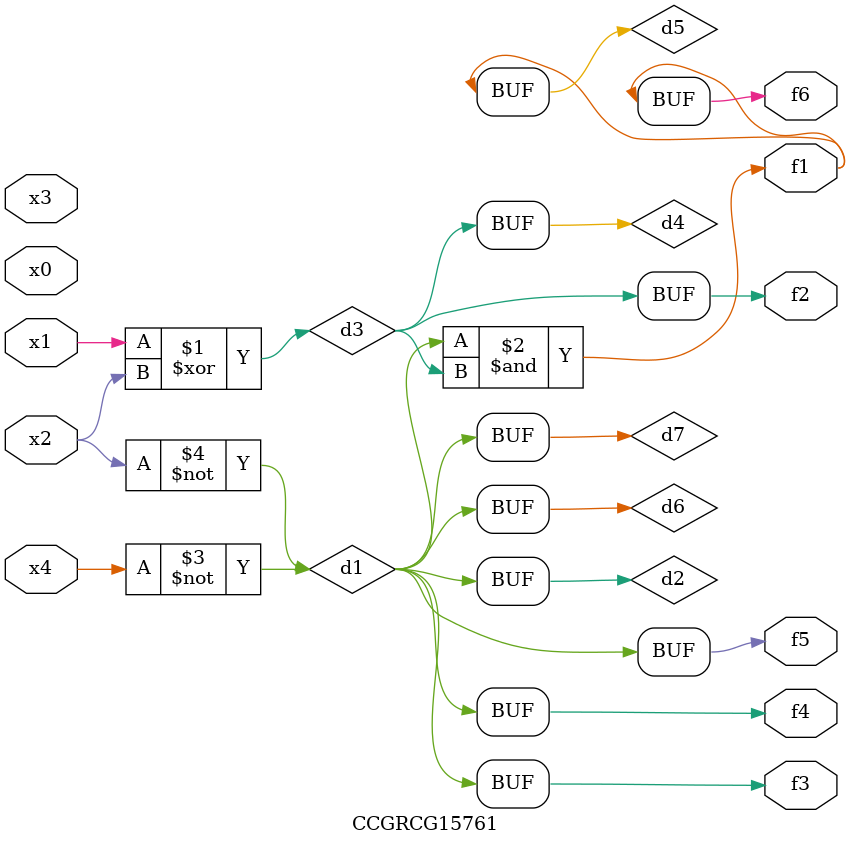
<source format=v>
module CCGRCG15761(
	input x0, x1, x2, x3, x4,
	output f1, f2, f3, f4, f5, f6
);

	wire d1, d2, d3, d4, d5, d6, d7;

	not (d1, x4);
	not (d2, x2);
	xor (d3, x1, x2);
	buf (d4, d3);
	and (d5, d1, d3);
	buf (d6, d1, d2);
	buf (d7, d2);
	assign f1 = d5;
	assign f2 = d4;
	assign f3 = d7;
	assign f4 = d7;
	assign f5 = d7;
	assign f6 = d5;
endmodule

</source>
